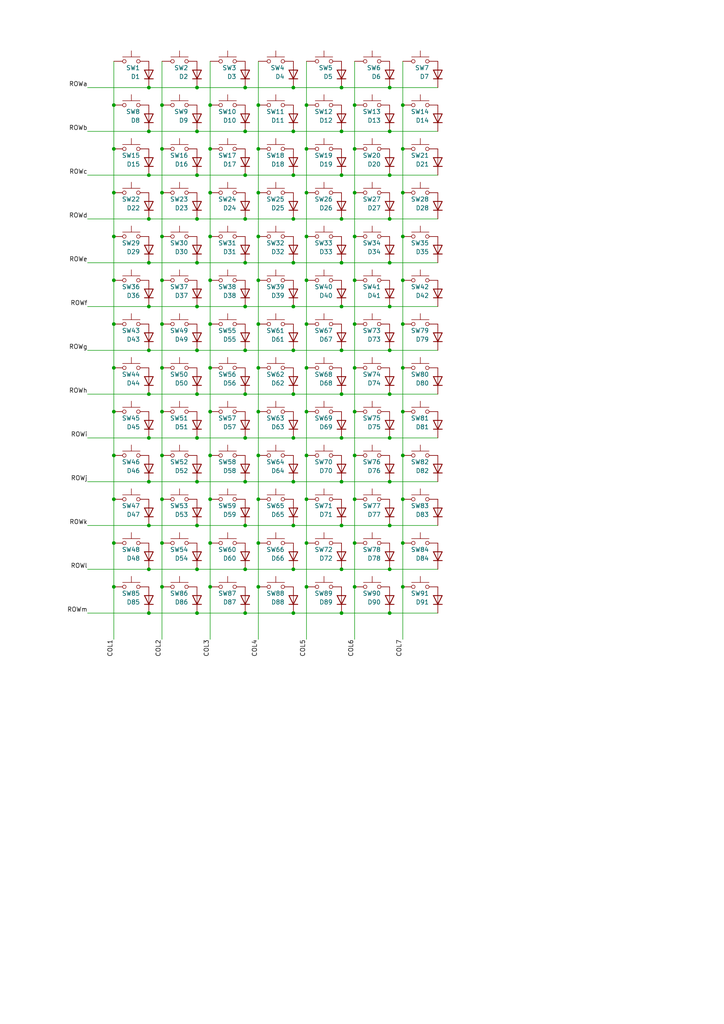
<source format=kicad_sch>
(kicad_sch (version 20230121) (generator eeschema)
  (paper "A4" portrait)
  (title_block (title "keybird42") (date "2023-12-12") (rev "0.1"))
  (junction (at 102.87 132.08))
  (junction (at 102.87 43.18))
  (junction (at 113.03 25.4))
  (junction (at 74.93 170.18))
  (junction (at 60.96 170.18))
  (junction (at 88.9 93.98))
  (junction (at 99.06 50.8))
  (junction (at 85.09 152.4))
  (junction (at 60.96 81.28))
  (junction (at 43.18 177.8))
  (junction (at 57.15 139.7))
  (junction (at 116.84 93.98))
  (junction (at 57.15 88.9))
  (junction (at 116.84 132.08))
  (junction (at 71.12 152.4))
  (junction (at 74.93 157.48))
  (junction (at 74.93 93.98))
  (junction (at 60.96 43.18))
  (junction (at 33.02 144.78))
  (junction (at 99.06 88.9))
  (junction (at 116.84 119.38))
  (junction (at 116.84 144.78))
  (junction (at 85.09 25.4))
  (junction (at 33.02 119.38))
  (junction (at 99.06 139.7))
  (junction (at 74.93 144.78))
  (junction (at 102.87 157.48))
  (junction (at 74.93 68.58))
  (junction (at 46.99 144.78))
  (junction (at 33.02 30.48))
  (junction (at 88.9 170.18))
  (junction (at 74.93 43.18))
  (junction (at 88.9 144.78))
  (junction (at 33.02 157.48))
  (junction (at 43.18 139.7))
  (junction (at 113.03 88.9))
  (junction (at 33.02 43.18))
  (junction (at 88.9 119.38))
  (junction (at 88.9 68.58))
  (junction (at 46.99 55.88))
  (junction (at 102.87 30.48))
  (junction (at 60.96 144.78))
  (junction (at 88.9 132.08))
  (junction (at 43.18 101.6))
  (junction (at 74.93 55.88))
  (junction (at 85.09 139.7))
  (junction (at 46.99 157.48))
  (junction (at 46.99 106.68))
  (junction (at 43.18 88.9))
  (junction (at 116.84 157.48))
  (junction (at 113.03 50.8))
  (junction (at 102.87 93.98))
  (junction (at 102.87 106.68))
  (junction (at 57.15 165.1))
  (junction (at 60.96 132.08))
  (junction (at 88.9 43.18))
  (junction (at 116.84 43.18))
  (junction (at 88.9 30.48))
  (junction (at 43.18 76.2))
  (junction (at 113.03 139.7))
  (junction (at 113.03 63.5))
  (junction (at 88.9 55.88))
  (junction (at 71.12 114.3))
  (junction (at 33.02 55.88))
  (junction (at 33.02 81.28))
  (junction (at 99.06 25.4))
  (junction (at 85.09 50.8))
  (junction (at 60.96 106.68))
  (junction (at 99.06 38.1))
  (junction (at 113.03 76.2))
  (junction (at 74.93 119.38))
  (junction (at 102.87 81.28))
  (junction (at 113.03 101.6))
  (junction (at 57.15 101.6))
  (junction (at 46.99 93.98))
  (junction (at 88.9 106.68))
  (junction (at 74.93 81.28))
  (junction (at 46.99 119.38))
  (junction (at 43.18 38.1))
  (junction (at 43.18 165.1))
  (junction (at 102.87 170.18))
  (junction (at 88.9 81.28))
  (junction (at 85.09 177.8))
  (junction (at 113.03 38.1))
  (junction (at 43.18 50.8))
  (junction (at 71.12 76.2))
  (junction (at 57.15 127))
  (junction (at 46.99 30.48))
  (junction (at 116.84 30.48))
  (junction (at 57.15 50.8))
  (junction (at 57.15 25.4))
  (junction (at 43.18 25.4))
  (junction (at 74.93 30.48))
  (junction (at 71.12 127))
  (junction (at 99.06 101.6))
  (junction (at 71.12 101.6))
  (junction (at 57.15 38.1))
  (junction (at 85.09 76.2))
  (junction (at 71.12 25.4))
  (junction (at 85.09 165.1))
  (junction (at 43.18 152.4))
  (junction (at 60.96 119.38))
  (junction (at 71.12 177.8))
  (junction (at 74.93 132.08))
  (junction (at 60.96 68.58))
  (junction (at 85.09 101.6))
  (junction (at 113.03 114.3))
  (junction (at 43.18 63.5))
  (junction (at 99.06 152.4))
  (junction (at 74.93 106.68))
  (junction (at 116.84 68.58))
  (junction (at 71.12 50.8))
  (junction (at 60.96 30.48))
  (junction (at 102.87 144.78))
  (junction (at 85.09 127))
  (junction (at 102.87 68.58))
  (junction (at 99.06 63.5))
  (junction (at 113.03 177.8))
  (junction (at 57.15 63.5))
  (junction (at 46.99 68.58))
  (junction (at 33.02 93.98))
  (junction (at 71.12 38.1))
  (junction (at 71.12 88.9))
  (junction (at 33.02 170.18))
  (junction (at 99.06 165.1))
  (junction (at 33.02 68.58))
  (junction (at 116.84 106.68))
  (junction (at 116.84 170.18))
  (junction (at 60.96 55.88))
  (junction (at 113.03 152.4))
  (junction (at 57.15 152.4))
  (junction (at 113.03 165.1))
  (junction (at 88.9 157.48))
  (junction (at 60.96 157.48))
  (junction (at 99.06 127))
  (junction (at 85.09 88.9))
  (junction (at 57.15 114.3))
  (junction (at 102.87 119.38))
  (junction (at 85.09 114.3))
  (junction (at 33.02 106.68))
  (junction (at 102.87 55.88))
  (junction (at 33.02 132.08))
  (junction (at 85.09 63.5))
  (junction (at 99.06 76.2))
  (junction (at 57.15 76.2))
  (junction (at 99.06 114.3))
  (junction (at 85.09 38.1))
  (junction (at 57.15 177.8))
  (junction (at 46.99 132.08))
  (junction (at 46.99 43.18))
  (junction (at 46.99 170.18))
  (junction (at 113.03 127))
  (junction (at 43.18 114.3))
  (junction (at 71.12 165.1))
  (junction (at 71.12 139.7))
  (junction (at 60.96 93.98))
  (junction (at 99.06 177.8))
  (junction (at 116.84 55.88))
  (junction (at 116.84 81.28))
  (junction (at 43.18 127))
  (junction (at 71.12 63.5))
  (junction (at 46.99 81.28))
  (wire (pts (xy 113.03 127) (xy 127 127)))
  (wire (pts (xy 74.93 55.88) (xy 74.93 68.58)))
  (wire (pts (xy 74.93 43.18) (xy 74.93 55.88)))
  (wire (pts (xy 113.03 63.5) (xy 127 63.5)))
  (wire (pts (xy 25.4 177.8) (xy 43.18 177.8)))
  (wire (pts (xy 102.87 68.58) (xy 102.87 81.28)))
  (wire (pts (xy 46.99 93.98) (xy 46.99 106.68)))
  (wire (pts (xy 43.18 127) (xy 57.15 127)))
  (wire (pts (xy 60.96 81.28) (xy 60.96 93.98)))
  (wire (pts (xy 33.02 157.48) (xy 33.02 170.18)))
  (wire (pts (xy 116.84 144.78) (xy 116.84 157.48)))
  (wire (pts (xy 60.96 43.18) (xy 60.96 55.88)))
  (wire (pts (xy 88.9 55.88) (xy 88.9 68.58)))
  (wire (pts (xy 99.06 101.6) (xy 113.03 101.6)))
  (wire (pts (xy 71.12 177.8) (xy 85.09 177.8)))
  (wire (pts (xy 99.06 152.4) (xy 113.03 152.4)))
  (wire (pts (xy 88.9 81.28) (xy 88.9 93.98)))
  (wire (pts (xy 99.06 114.3) (xy 113.03 114.3)))
  (wire (pts (xy 99.06 127) (xy 113.03 127)))
  (wire (pts (xy 60.96 68.58) (xy 60.96 81.28)))
  (wire (pts (xy 102.87 106.68) (xy 102.87 119.38)))
  (wire (pts (xy 25.4 165.1) (xy 43.18 165.1)))
  (wire (pts (xy 85.09 76.2) (xy 99.06 76.2)))
  (wire (pts (xy 116.84 170.18) (xy 116.84 185.42)))
  (wire (pts (xy 43.18 50.8) (xy 57.15 50.8)))
  (wire (pts (xy 25.4 139.7) (xy 43.18 139.7)))
  (wire (pts (xy 113.03 177.8) (xy 127 177.8)))
  (wire (pts (xy 57.15 177.8) (xy 71.12 177.8)))
  (wire (pts (xy 25.4 63.5) (xy 43.18 63.5)))
  (wire (pts (xy 88.9 157.48) (xy 88.9 170.18)))
  (wire (pts (xy 60.96 144.78) (xy 60.96 157.48)))
  (wire (pts (xy 116.84 106.68) (xy 116.84 119.38)))
  (wire (pts (xy 60.96 157.48) (xy 60.96 170.18)))
  (wire (pts (xy 116.84 43.18) (xy 116.84 55.88)))
  (wire (pts (xy 102.87 43.18) (xy 102.87 55.88)))
  (wire (pts (xy 85.09 177.8) (xy 99.06 177.8)))
  (wire (pts (xy 71.12 139.7) (xy 85.09 139.7)))
  (wire (pts (xy 46.99 43.18) (xy 46.99 55.88)))
  (wire (pts (xy 74.93 170.18) (xy 74.93 185.42)))
  (wire (pts (xy 71.12 63.5) (xy 85.09 63.5)))
  (wire (pts (xy 102.87 132.08) (xy 102.87 144.78)))
  (wire (pts (xy 85.09 63.5) (xy 99.06 63.5)))
  (wire (pts (xy 85.09 38.1) (xy 99.06 38.1)))
  (wire (pts (xy 25.4 88.9) (xy 43.18 88.9)))
  (wire (pts (xy 33.02 93.98) (xy 33.02 106.68)))
  (wire (pts (xy 113.03 76.2) (xy 127 76.2)))
  (wire (pts (xy 113.03 25.4) (xy 127 25.4)))
  (wire (pts (xy 88.9 132.08) (xy 88.9 144.78)))
  (wire (pts (xy 33.02 106.68) (xy 33.02 119.38)))
  (wire (pts (xy 74.93 68.58) (xy 74.93 81.28)))
  (wire (pts (xy 33.02 119.38) (xy 33.02 132.08)))
  (wire (pts (xy 102.87 81.28) (xy 102.87 93.98)))
  (wire (pts (xy 88.9 43.18) (xy 88.9 55.88)))
  (wire (pts (xy 99.06 50.8) (xy 113.03 50.8)))
  (wire (pts (xy 71.12 76.2) (xy 85.09 76.2)))
  (wire (pts (xy 113.03 114.3) (xy 127 114.3)))
  (wire (pts (xy 43.18 139.7) (xy 57.15 139.7)))
  (wire (pts (xy 74.93 106.68) (xy 74.93 119.38)))
  (wire (pts (xy 33.02 55.88) (xy 33.02 68.58)))
  (wire (pts (xy 74.93 17.78) (xy 74.93 30.48)))
  (wire (pts (xy 71.12 38.1) (xy 85.09 38.1)))
  (wire (pts (xy 57.15 38.1) (xy 71.12 38.1)))
  (wire (pts (xy 116.84 93.98) (xy 116.84 106.68)))
  (wire (pts (xy 99.06 63.5) (xy 113.03 63.5)))
  (wire (pts (xy 57.15 152.4) (xy 71.12 152.4)))
  (wire (pts (xy 74.93 144.78) (xy 74.93 157.48)))
  (wire (pts (xy 60.96 170.18) (xy 60.96 185.42)))
  (wire (pts (xy 57.15 114.3) (xy 71.12 114.3)))
  (wire (pts (xy 102.87 144.78) (xy 102.87 157.48)))
  (wire (pts (xy 43.18 101.6) (xy 57.15 101.6)))
  (wire (pts (xy 57.15 139.7) (xy 71.12 139.7)))
  (wire (pts (xy 85.09 139.7) (xy 99.06 139.7)))
  (wire (pts (xy 99.06 177.8) (xy 113.03 177.8)))
  (wire (pts (xy 57.15 63.5) (xy 71.12 63.5)))
  (wire (pts (xy 33.02 81.28) (xy 33.02 93.98)))
  (wire (pts (xy 71.12 101.6) (xy 85.09 101.6)))
  (wire (pts (xy 25.4 114.3) (xy 43.18 114.3)))
  (wire (pts (xy 74.93 30.48) (xy 74.93 43.18)))
  (wire (pts (xy 33.02 132.08) (xy 33.02 144.78)))
  (wire (pts (xy 46.99 144.78) (xy 46.99 157.48)))
  (wire (pts (xy 74.93 132.08) (xy 74.93 144.78)))
  (wire (pts (xy 74.93 119.38) (xy 74.93 132.08)))
  (wire (pts (xy 33.02 30.48) (xy 33.02 43.18)))
  (wire (pts (xy 88.9 93.98) (xy 88.9 106.68)))
  (wire (pts (xy 85.09 127) (xy 99.06 127)))
  (wire (pts (xy 46.99 30.48) (xy 46.99 43.18)))
  (wire (pts (xy 116.84 17.78) (xy 116.84 30.48)))
  (wire (pts (xy 85.09 50.8) (xy 99.06 50.8)))
  (wire (pts (xy 25.4 101.6) (xy 43.18 101.6)))
  (wire (pts (xy 33.02 17.78) (xy 33.02 30.48)))
  (wire (pts (xy 113.03 38.1) (xy 127 38.1)))
  (wire (pts (xy 99.06 88.9) (xy 113.03 88.9)))
  (wire (pts (xy 85.09 114.3) (xy 99.06 114.3)))
  (wire (pts (xy 33.02 43.18) (xy 33.02 55.88)))
  (wire (pts (xy 113.03 50.8) (xy 127 50.8)))
  (wire (pts (xy 71.12 127) (xy 85.09 127)))
  (wire (pts (xy 113.03 139.7) (xy 127 139.7)))
  (wire (pts (xy 71.12 88.9) (xy 85.09 88.9)))
  (wire (pts (xy 71.12 152.4) (xy 85.09 152.4)))
  (wire (pts (xy 116.84 30.48) (xy 116.84 43.18)))
  (wire (pts (xy 43.18 152.4) (xy 57.15 152.4)))
  (wire (pts (xy 74.93 93.98) (xy 74.93 106.68)))
  (wire (pts (xy 33.02 68.58) (xy 33.02 81.28)))
  (wire (pts (xy 113.03 152.4) (xy 127 152.4)))
  (wire (pts (xy 57.15 25.4) (xy 71.12 25.4)))
  (wire (pts (xy 113.03 88.9) (xy 127 88.9)))
  (wire (pts (xy 57.15 50.8) (xy 71.12 50.8)))
  (wire (pts (xy 60.96 106.68) (xy 60.96 119.38)))
  (wire (pts (xy 46.99 132.08) (xy 46.99 144.78)))
  (wire (pts (xy 85.09 152.4) (xy 99.06 152.4)))
  (wire (pts (xy 25.4 76.2) (xy 43.18 76.2)))
  (wire (pts (xy 99.06 165.1) (xy 113.03 165.1)))
  (wire (pts (xy 25.4 50.8) (xy 43.18 50.8)))
  (wire (pts (xy 88.9 119.38) (xy 88.9 132.08)))
  (wire (pts (xy 46.99 157.48) (xy 46.99 170.18)))
  (wire (pts (xy 46.99 55.88) (xy 46.99 68.58)))
  (wire (pts (xy 85.09 165.1) (xy 99.06 165.1)))
  (wire (pts (xy 102.87 170.18) (xy 102.87 185.42)))
  (wire (pts (xy 116.84 157.48) (xy 116.84 170.18)))
  (wire (pts (xy 88.9 144.78) (xy 88.9 157.48)))
  (wire (pts (xy 116.84 81.28) (xy 116.84 93.98)))
  (wire (pts (xy 43.18 177.8) (xy 57.15 177.8)))
  (wire (pts (xy 60.96 119.38) (xy 60.96 132.08)))
  (wire (pts (xy 43.18 76.2) (xy 57.15 76.2)))
  (wire (pts (xy 57.15 127) (xy 71.12 127)))
  (wire (pts (xy 60.96 30.48) (xy 60.96 43.18)))
  (wire (pts (xy 25.4 38.1) (xy 43.18 38.1)))
  (wire (pts (xy 116.84 132.08) (xy 116.84 144.78)))
  (wire (pts (xy 43.18 114.3) (xy 57.15 114.3)))
  (wire (pts (xy 43.18 63.5) (xy 57.15 63.5)))
  (wire (pts (xy 116.84 119.38) (xy 116.84 132.08)))
  (wire (pts (xy 99.06 25.4) (xy 113.03 25.4)))
  (wire (pts (xy 43.18 25.4) (xy 57.15 25.4)))
  (wire (pts (xy 43.18 38.1) (xy 57.15 38.1)))
  (wire (pts (xy 102.87 17.78) (xy 102.87 30.48)))
  (wire (pts (xy 46.99 106.68) (xy 46.99 119.38)))
  (wire (pts (xy 102.87 119.38) (xy 102.87 132.08)))
  (wire (pts (xy 113.03 165.1) (xy 127 165.1)))
  (wire (pts (xy 88.9 30.48) (xy 88.9 43.18)))
  (wire (pts (xy 99.06 76.2) (xy 113.03 76.2)))
  (wire (pts (xy 102.87 30.48) (xy 102.87 43.18)))
  (wire (pts (xy 57.15 88.9) (xy 71.12 88.9)))
  (wire (pts (xy 71.12 114.3) (xy 85.09 114.3)))
  (wire (pts (xy 43.18 165.1) (xy 57.15 165.1)))
  (wire (pts (xy 85.09 88.9) (xy 99.06 88.9)))
  (wire (pts (xy 57.15 76.2) (xy 71.12 76.2)))
  (wire (pts (xy 46.99 119.38) (xy 46.99 132.08)))
  (wire (pts (xy 60.96 132.08) (xy 60.96 144.78)))
  (wire (pts (xy 33.02 170.18) (xy 33.02 185.42)))
  (wire (pts (xy 71.12 165.1) (xy 85.09 165.1)))
  (wire (pts (xy 88.9 17.78) (xy 88.9 30.48)))
  (wire (pts (xy 46.99 81.28) (xy 46.99 93.98)))
  (wire (pts (xy 71.12 50.8) (xy 85.09 50.8)))
  (wire (pts (xy 25.4 152.4) (xy 43.18 152.4)))
  (wire (pts (xy 74.93 81.28) (xy 74.93 93.98)))
  (wire (pts (xy 33.02 144.78) (xy 33.02 157.48)))
  (wire (pts (xy 57.15 101.6) (xy 71.12 101.6)))
  (wire (pts (xy 85.09 25.4) (xy 99.06 25.4)))
  (wire (pts (xy 102.87 157.48) (xy 102.87 170.18)))
  (wire (pts (xy 25.4 127) (xy 43.18 127)))
  (wire (pts (xy 116.84 55.88) (xy 116.84 68.58)))
  (wire (pts (xy 60.96 93.98) (xy 60.96 106.68)))
  (wire (pts (xy 102.87 55.88) (xy 102.87 68.58)))
  (wire (pts (xy 99.06 139.7) (xy 113.03 139.7)))
  (wire (pts (xy 102.87 93.98) (xy 102.87 106.68)))
  (wire (pts (xy 113.03 101.6) (xy 127 101.6)))
  (wire (pts (xy 60.96 17.78) (xy 60.96 30.48)))
  (wire (pts (xy 85.09 101.6) (xy 99.06 101.6)))
  (wire (pts (xy 25.4 25.4) (xy 43.18 25.4)))
  (wire (pts (xy 74.93 157.48) (xy 74.93 170.18)))
  (wire (pts (xy 46.99 17.78) (xy 46.99 30.48)))
  (wire (pts (xy 116.84 68.58) (xy 116.84 81.28)))
  (wire (pts (xy 71.12 25.4) (xy 85.09 25.4)))
  (wire (pts (xy 43.18 88.9) (xy 57.15 88.9)))
  (wire (pts (xy 88.9 68.58) (xy 88.9 81.28)))
  (wire (pts (xy 60.96 55.88) (xy 60.96 68.58)))
  (wire (pts (xy 88.9 170.18) (xy 88.9 185.42)))
  (wire (pts (xy 57.15 165.1) (xy 71.12 165.1)))
  (wire (pts (xy 46.99 170.18) (xy 46.99 185.42)))
  (wire (pts (xy 46.99 68.58) (xy 46.99 81.28)))
  (wire (pts (xy 88.9 106.68) (xy 88.9 119.38)))
  (wire (pts (xy 99.06 38.1) (xy 113.03 38.1)))
  (label "ROWj" (at 25.4 139.7 180))
  (label "ROWa" (at 25.4 25.4 180))
  (label "ROWg" (at 25.4 101.6 180))
  (label "COL2" (at 46.99 185.42 270))
  (label "COL4" (at 74.93 185.42 270))
  (label "ROWc" (at 25.4 50.8 180))
  (label "ROWb" (at 25.4 38.1 180))
  (label "ROWi" (at 25.4 127 180))
  (label "ROWd" (at 25.4 63.5 180))
  (label "ROWf" (at 25.4 88.9 180))
  (label "ROWh" (at 25.4 114.3 180))
  (label "ROWk" (at 25.4 152.4 180))
  (label "ROWm" (at 25.4 177.8 180))
  (label "ROWl" (at 25.4 165.1 180))
  (label "COL7" (at 116.84 185.42 270))
  (label "COL5" (at 88.9 185.42 270))
  (label "COL1" (at 33.02 185.42 270))
  (label "ROWe" (at 25.4 76.2 180))
  (label "COL3" (at 60.96 185.42 270))
  (label "COL6" (at 102.87 185.42 270))
  (symbol (lib_id "Diode:1N4148W") (at 113.03 34.29 90) (unit 1)
    (property "Reference" "D13" (at 110.49 34.925 90) (effects (justify left)))
    (property "Value" "1N4148W" (effects hide))
    (property "Footprint" "Diode_SMD:D_SOD-123" (effects hide))
    (property "Datasheet" "https://www.vishay.com/docs/85748/1n4148w.pdf" (effects hide))
    (property "Sim.Device" "D" (effects hide))
    (property "Sim.Pins" "1=K 2=A" (effects hide))
  )
  (symbol (lib_id "Diode:1N4148W") (at 71.12 97.79 90) (unit 1)
    (property "Reference" "D55" (at 68.58 98.425 90) (effects (justify left)))
    (property "Value" "1N4148W" (effects hide))
    (property "Footprint" "Diode_SMD:D_SOD-123" (effects hide))
    (property "Datasheet" "https://www.vishay.com/docs/85748/1n4148w.pdf" (effects hide))
    (property "Sim.Device" "D" (effects hide))
    (property "Sim.Pins" "1=K 2=A" (effects hide))
  )
  (symbol (lib_id "Switch:SW_Push") (at 121.92 106.68 0) (unit 1)
    (property "Reference" "SW80" (at 124.46 108.585 0) (effects (justify right)))
    (property "Value" "SW_Push" (effects hide))
  )
  (symbol (lib_id "Switch:SW_Push") (at 107.95 157.48 0) (unit 1)
    (property "Reference" "SW78" (at 110.49 159.385 0) (effects (justify right)))
    (property "Value" "SW_Push" (effects hide))
  )
  (symbol (lib_id "Switch:SW_Push") (at 93.98 170.18 0) (unit 1)
    (property "Reference" "SW89" (at 96.52 172.085 0) (effects (justify right)))
    (property "Value" "SW_Push" (effects hide))
  )
  (symbol (lib_id "Switch:SW_Push") (at 107.95 132.08 0) (unit 1)
    (property "Reference" "SW76" (at 110.49 133.985 0) (effects (justify right)))
    (property "Value" "SW_Push" (effects hide))
  )
  (symbol (lib_id "Switch:SW_Push") (at 93.98 157.48 0) (unit 1)
    (property "Reference" "SW72" (at 96.52 159.385 0) (effects (justify right)))
    (property "Value" "SW_Push" (effects hide))
  )
  (symbol (lib_id "Diode:1N4148W") (at 71.12 135.89 90) (unit 1)
    (property "Reference" "D58" (at 68.58 136.525 90) (effects (justify left)))
    (property "Value" "1N4148W" (effects hide))
    (property "Footprint" "Diode_SMD:D_SOD-123" (effects hide))
    (property "Datasheet" "https://www.vishay.com/docs/85748/1n4148w.pdf" (effects hide))
    (property "Sim.Device" "D" (effects hide))
    (property "Sim.Pins" "1=K 2=A" (effects hide))
  )
  (symbol (lib_id "Switch:SW_Push") (at 93.98 17.78 0) (unit 1)
    (property "Reference" "SW5" (at 96.52 19.685 0) (effects (justify right)))
    (property "Value" "SW_Push" (effects hide))
  )
  (symbol (lib_id "Diode:1N4148W") (at 127 123.19 90) (unit 1)
    (property "Reference" "D81" (at 124.46 123.825 90) (effects (justify left)))
    (property "Value" "1N4148W" (effects hide))
    (property "Footprint" "Diode_SMD:D_SOD-123" (effects hide))
    (property "Datasheet" "https://www.vishay.com/docs/85748/1n4148w.pdf" (effects hide))
    (property "Sim.Device" "D" (effects hide))
    (property "Sim.Pins" "1=K 2=A" (effects hide))
  )
  (symbol (lib_id "Switch:SW_Push") (at 121.92 132.08 0) (unit 1)
    (property "Reference" "SW82" (at 124.46 133.985 0) (effects (justify right)))
    (property "Value" "SW_Push" (effects hide))
  )
  (symbol (lib_id "Switch:SW_Push") (at 93.98 55.88 0) (unit 1)
    (property "Reference" "SW26" (at 96.52 57.785 0) (effects (justify right)))
    (property "Value" "SW_Push" (effects hide))
  )
  (symbol (lib_id "Switch:SW_Push") (at 38.1 157.48 0) (unit 1)
    (property "Reference" "SW48" (at 40.64 159.385 0) (effects (justify right)))
    (property "Value" "SW_Push" (effects hide))
  )
  (symbol (lib_id "Diode:1N4148W") (at 127 135.89 90) (unit 1)
    (property "Reference" "D82" (at 124.46 136.525 90) (effects (justify left)))
    (property "Value" "1N4148W" (effects hide))
    (property "Footprint" "Diode_SMD:D_SOD-123" (effects hide))
    (property "Datasheet" "https://www.vishay.com/docs/85748/1n4148w.pdf" (effects hide))
    (property "Sim.Device" "D" (effects hide))
    (property "Sim.Pins" "1=K 2=A" (effects hide))
  )
  (symbol (lib_id "Diode:1N4148W") (at 57.15 72.39 90) (unit 1)
    (property "Reference" "D30" (at 54.61 73.025 90) (effects (justify left)))
    (property "Value" "1N4148W" (effects hide))
    (property "Footprint" "Diode_SMD:D_SOD-123" (effects hide))
    (property "Datasheet" "https://www.vishay.com/docs/85748/1n4148w.pdf" (effects hide))
    (property "Sim.Device" "D" (effects hide))
    (property "Sim.Pins" "1=K 2=A" (effects hide))
  )
  (symbol (lib_id "Diode:1N4148W") (at 85.09 173.99 90) (unit 1)
    (property "Reference" "D88" (at 82.55 174.625 90) (effects (justify left)))
    (property "Value" "1N4148W" (effects hide))
    (property "Footprint" "Diode_SMD:D_SOD-123" (effects hide))
    (property "Datasheet" "https://www.vishay.com/docs/85748/1n4148w.pdf" (effects hide))
    (property "Sim.Device" "D" (effects hide))
    (property "Sim.Pins" "1=K 2=A" (effects hide))
  )
  (symbol (lib_id "Diode:1N4148W") (at 113.03 148.59 90) (unit 1)
    (property "Reference" "D77" (at 110.49 149.225 90) (effects (justify left)))
    (property "Value" "1N4148W" (effects hide))
    (property "Footprint" "Diode_SMD:D_SOD-123" (effects hide))
    (property "Datasheet" "https://www.vishay.com/docs/85748/1n4148w.pdf" (effects hide))
    (property "Sim.Device" "D" (effects hide))
    (property "Sim.Pins" "1=K 2=A" (effects hide))
  )
  (symbol (lib_id "Switch:SW_Push") (at 66.04 170.18 0) (unit 1)
    (property "Reference" "SW87" (at 68.58 172.085 0) (effects (justify right)))
    (property "Value" "SW_Push" (effects hide))
  )
  (symbol (lib_id "Switch:SW_Push") (at 93.98 43.18 0) (unit 1)
    (property "Reference" "SW19" (at 96.52 45.085 0) (effects (justify right)))
    (property "Value" "SW_Push" (effects hide))
  )
  (symbol (lib_id "Switch:SW_Push") (at 66.04 68.58 0) (unit 1)
    (property "Reference" "SW31" (at 68.58 70.485 0) (effects (justify right)))
    (property "Value" "SW_Push" (effects hide))
  )
  (symbol (lib_id "Diode:1N4148W") (at 85.09 97.79 90) (unit 1)
    (property "Reference" "D61" (at 82.55 98.425 90) (effects (justify left)))
    (property "Value" "1N4148W" (effects hide))
    (property "Footprint" "Diode_SMD:D_SOD-123" (effects hide))
    (property "Datasheet" "https://www.vishay.com/docs/85748/1n4148w.pdf" (effects hide))
    (property "Sim.Device" "D" (effects hide))
    (property "Sim.Pins" "1=K 2=A" (effects hide))
  )
  (symbol (lib_id "Switch:SW_Push") (at 66.04 106.68 0) (unit 1)
    (property "Reference" "SW56" (at 68.58 108.585 0) (effects (justify right)))
    (property "Value" "SW_Push" (effects hide))
  )
  (symbol (lib_id "Diode:1N4148W") (at 99.06 21.59 90) (unit 1)
    (property "Reference" "D5" (at 96.52 22.225 90) (effects (justify left)))
    (property "Value" "1N4148W" (effects hide))
    (property "Footprint" "Diode_SMD:D_SOD-123" (effects hide))
    (property "Datasheet" "https://www.vishay.com/docs/85748/1n4148w.pdf" (effects hide))
    (property "Sim.Device" "D" (effects hide))
    (property "Sim.Pins" "1=K 2=A" (effects hide))
  )
  (symbol (lib_id "Diode:1N4148W") (at 57.15 123.19 90) (unit 1)
    (property "Reference" "D51" (at 54.61 123.825 90) (effects (justify left)))
    (property "Value" "1N4148W" (effects hide))
    (property "Footprint" "Diode_SMD:D_SOD-123" (effects hide))
    (property "Datasheet" "https://www.vishay.com/docs/85748/1n4148w.pdf" (effects hide))
    (property "Sim.Device" "D" (effects hide))
    (property "Sim.Pins" "1=K 2=A" (effects hide))
  )
  (symbol (lib_id "Diode:1N4148W") (at 99.06 161.29 90) (unit 1)
    (property "Reference" "D72" (at 96.52 161.925 90) (effects (justify left)))
    (property "Value" "1N4148W" (effects hide))
    (property "Footprint" "Diode_SMD:D_SOD-123" (effects hide))
    (property "Datasheet" "https://www.vishay.com/docs/85748/1n4148w.pdf" (effects hide))
    (property "Sim.Device" "D" (effects hide))
    (property "Sim.Pins" "1=K 2=A" (effects hide))
  )
  (symbol (lib_id "Switch:SW_Push") (at 66.04 55.88 0) (unit 1)
    (property "Reference" "SW24" (at 68.58 57.785 0) (effects (justify right)))
    (property "Value" "SW_Push" (effects hide))
  )
  (symbol (lib_id "Diode:1N4148W") (at 43.18 46.99 90) (unit 1)
    (property "Reference" "D15" (at 40.64 47.625 90) (effects (justify left)))
    (property "Value" "1N4148W" (effects hide))
    (property "Footprint" "Diode_SMD:D_SOD-123" (effects hide))
    (property "Datasheet" "https://www.vishay.com/docs/85748/1n4148w.pdf" (effects hide))
    (property "Sim.Device" "D" (effects hide))
    (property "Sim.Pins" "1=K 2=A" (effects hide))
  )
  (symbol (lib_id "Diode:1N4148W") (at 113.03 59.69 90) (unit 1)
    (property "Reference" "D27" (at 110.49 60.325 90) (effects (justify left)))
    (property "Value" "1N4148W" (effects hide))
    (property "Footprint" "Diode_SMD:D_SOD-123" (effects hide))
    (property "Datasheet" "https://www.vishay.com/docs/85748/1n4148w.pdf" (effects hide))
    (property "Sim.Device" "D" (effects hide))
    (property "Sim.Pins" "1=K 2=A" (effects hide))
  )
  (symbol (lib_id "Diode:1N4148W") (at 85.09 161.29 90) (unit 1)
    (property "Reference" "D66" (at 82.55 161.925 90) (effects (justify left)))
    (property "Value" "1N4148W" (effects hide))
    (property "Footprint" "Diode_SMD:D_SOD-123" (effects hide))
    (property "Datasheet" "https://www.vishay.com/docs/85748/1n4148w.pdf" (effects hide))
    (property "Sim.Device" "D" (effects hide))
    (property "Sim.Pins" "1=K 2=A" (effects hide))
  )
  (symbol (lib_id "Diode:1N4148W") (at 85.09 110.49 90) (unit 1)
    (property "Reference" "D62" (at 82.55 111.125 90) (effects (justify left)))
    (property "Value" "1N4148W" (effects hide))
    (property "Footprint" "Diode_SMD:D_SOD-123" (effects hide))
    (property "Datasheet" "https://www.vishay.com/docs/85748/1n4148w.pdf" (effects hide))
    (property "Sim.Device" "D" (effects hide))
    (property "Sim.Pins" "1=K 2=A" (effects hide))
  )
  (symbol (lib_id "Switch:SW_Push") (at 80.01 93.98 0) (unit 1)
    (property "Reference" "SW61" (at 82.55 95.885 0) (effects (justify right)))
    (property "Value" "SW_Push" (effects hide))
  )
  (symbol (lib_id "Switch:SW_Push") (at 66.04 43.18 0) (unit 1)
    (property "Reference" "SW17" (at 68.58 45.085 0) (effects (justify right)))
    (property "Value" "SW_Push" (effects hide))
  )
  (symbol (lib_id "Switch:SW_Push") (at 52.07 157.48 0) (unit 1)
    (property "Reference" "SW54" (at 54.61 159.385 0) (effects (justify right)))
    (property "Value" "SW_Push" (effects hide))
  )
  (symbol (lib_id "Switch:SW_Push") (at 38.1 93.98 0) (unit 1)
    (property "Reference" "SW43" (at 40.64 95.885 0) (effects (justify right)))
    (property "Value" "SW_Push" (effects hide))
  )
  (symbol (lib_id "Switch:SW_Push") (at 93.98 119.38 0) (unit 1)
    (property "Reference" "SW69" (at 96.52 121.285 0) (effects (justify right)))
    (property "Value" "SW_Push" (effects hide))
  )
  (symbol (lib_id "Switch:SW_Push") (at 52.07 119.38 0) (unit 1)
    (property "Reference" "SW51" (at 54.61 121.285 0) (effects (justify right)))
    (property "Value" "SW_Push" (effects hide))
  )
  (symbol (lib_id "Switch:SW_Push") (at 52.07 144.78 0) (unit 1)
    (property "Reference" "SW53" (at 54.61 146.685 0) (effects (justify right)))
    (property "Value" "SW_Push" (effects hide))
  )
  (symbol (lib_id "Diode:1N4148W") (at 127 97.79 90) (unit 1)
    (property "Reference" "D79" (at 124.46 98.425 90) (effects (justify left)))
    (property "Value" "1N4148W" (effects hide))
    (property "Footprint" "Diode_SMD:D_SOD-123" (effects hide))
    (property "Datasheet" "https://www.vishay.com/docs/85748/1n4148w.pdf" (effects hide))
    (property "Sim.Device" "D" (effects hide))
    (property "Sim.Pins" "1=K 2=A" (effects hide))
  )
  (symbol (lib_id "Switch:SW_Push") (at 121.92 17.78 0) (unit 1)
    (property "Reference" "SW7" (at 124.46 19.685 0) (effects (justify right)))
    (property "Value" "SW_Push" (effects hide))
  )
  (symbol (lib_id "Diode:1N4148W") (at 113.03 135.89 90) (unit 1)
    (property "Reference" "D76" (at 110.49 136.525 90) (effects (justify left)))
    (property "Value" "1N4148W" (effects hide))
    (property "Footprint" "Diode_SMD:D_SOD-123" (effects hide))
    (property "Datasheet" "https://www.vishay.com/docs/85748/1n4148w.pdf" (effects hide))
    (property "Sim.Device" "D" (effects hide))
    (property "Sim.Pins" "1=K 2=A" (effects hide))
  )
  (symbol (lib_id "Diode:1N4148W") (at 99.06 148.59 90) (unit 1)
    (property "Reference" "D71" (at 96.52 149.225 90) (effects (justify left)))
    (property "Value" "1N4148W" (effects hide))
    (property "Footprint" "Diode_SMD:D_SOD-123" (effects hide))
    (property "Datasheet" "https://www.vishay.com/docs/85748/1n4148w.pdf" (effects hide))
    (property "Sim.Device" "D" (effects hide))
    (property "Sim.Pins" "1=K 2=A" (effects hide))
  )
  (symbol (lib_id "Diode:1N4148W") (at 43.18 110.49 90) (unit 1)
    (property "Reference" "D44" (at 40.64 111.125 90) (effects (justify left)))
    (property "Value" "1N4148W" (effects hide))
    (property "Footprint" "Diode_SMD:D_SOD-123" (effects hide))
    (property "Datasheet" "https://www.vishay.com/docs/85748/1n4148w.pdf" (effects hide))
    (property "Sim.Device" "D" (effects hide))
    (property "Sim.Pins" "1=K 2=A" (effects hide))
  )
  (symbol (lib_id "Switch:SW_Push") (at 80.01 55.88 0) (unit 1)
    (property "Reference" "SW25" (at 82.55 57.785 0) (effects (justify right)))
    (property "Value" "SW_Push" (effects hide))
  )
  (symbol (lib_id "Switch:SW_Push") (at 38.1 55.88 0) (unit 1)
    (property "Reference" "SW22" (at 40.64 57.785 0) (effects (justify right)))
    (property "Value" "SW_Push" (effects hide))
  )
  (symbol (lib_id "Diode:1N4148W") (at 57.15 34.29 90) (unit 1)
    (property "Reference" "D9" (at 54.61 34.925 90) (effects (justify left)))
    (property "Value" "1N4148W" (effects hide))
    (property "Footprint" "Diode_SMD:D_SOD-123" (effects hide))
    (property "Datasheet" "https://www.vishay.com/docs/85748/1n4148w.pdf" (effects hide))
    (property "Sim.Device" "D" (effects hide))
    (property "Sim.Pins" "1=K 2=A" (effects hide))
  )
  (symbol (lib_id "Diode:1N4148W") (at 43.18 161.29 90) (unit 1)
    (property "Reference" "D48" (at 40.64 161.925 90) (effects (justify left)))
    (property "Value" "1N4148W" (effects hide))
    (property "Footprint" "Diode_SMD:D_SOD-123" (effects hide))
    (property "Datasheet" "https://www.vishay.com/docs/85748/1n4148w.pdf" (effects hide))
    (property "Sim.Device" "D" (effects hide))
    (property "Sim.Pins" "1=K 2=A" (effects hide))
  )
  (symbol (lib_id "Switch:SW_Push") (at 52.07 68.58 0) (unit 1)
    (property "Reference" "SW30" (at 54.61 70.485 0) (effects (justify right)))
    (property "Value" "SW_Push" (effects hide))
  )
  (symbol (lib_id "Switch:SW_Push") (at 38.1 68.58 0) (unit 1)
    (property "Reference" "SW29" (at 40.64 70.485 0) (effects (justify right)))
    (property "Value" "SW_Push" (effects hide))
  )
  (symbol (lib_id "Diode:1N4148W") (at 71.12 110.49 90) (unit 1)
    (property "Reference" "D56" (at 68.58 111.125 90) (effects (justify left)))
    (property "Value" "1N4148W" (effects hide))
    (property "Footprint" "Diode_SMD:D_SOD-123" (effects hide))
    (property "Datasheet" "https://www.vishay.com/docs/85748/1n4148w.pdf" (effects hide))
    (property "Sim.Device" "D" (effects hide))
    (property "Sim.Pins" "1=K 2=A" (effects hide))
  )
  (symbol (lib_id "Switch:SW_Push") (at 52.07 30.48 0) (unit 1)
    (property "Reference" "SW9" (at 54.61 32.385 0) (effects (justify right)))
    (property "Value" "SW_Push" (effects hide))
  )
  (symbol (lib_id "Diode:1N4148W") (at 71.12 85.09 90) (unit 1)
    (property "Reference" "D38" (at 68.58 85.725 90) (effects (justify left)))
    (property "Value" "1N4148W" (effects hide))
    (property "Footprint" "Diode_SMD:D_SOD-123" (effects hide))
    (property "Datasheet" "https://www.vishay.com/docs/85748/1n4148w.pdf" (effects hide))
    (property "Sim.Device" "D" (effects hide))
    (property "Sim.Pins" "1=K 2=A" (effects hide))
  )
  (symbol (lib_id "Diode:1N4148W") (at 99.06 34.29 90) (unit 1)
    (property "Reference" "D12" (at 96.52 34.925 90) (effects (justify left)))
    (property "Value" "1N4148W" (effects hide))
    (property "Footprint" "Diode_SMD:D_SOD-123" (effects hide))
    (property "Datasheet" "https://www.vishay.com/docs/85748/1n4148w.pdf" (effects hide))
    (property "Sim.Device" "D" (effects hide))
    (property "Sim.Pins" "1=K 2=A" (effects hide))
  )
  (symbol (lib_id "Switch:SW_Push") (at 93.98 132.08 0) (unit 1)
    (property "Reference" "SW70" (at 96.52 133.985 0) (effects (justify right)))
    (property "Value" "SW_Push" (effects hide))
  )
  (symbol (lib_id "Diode:1N4148W") (at 57.15 135.89 90) (unit 1)
    (property "Reference" "D52" (at 54.61 136.525 90) (effects (justify left)))
    (property "Value" "1N4148W" (effects hide))
    (property "Footprint" "Diode_SMD:D_SOD-123" (effects hide))
    (property "Datasheet" "https://www.vishay.com/docs/85748/1n4148w.pdf" (effects hide))
    (property "Sim.Device" "D" (effects hide))
    (property "Sim.Pins" "1=K 2=A" (effects hide))
  )
  (symbol (lib_id "Diode:1N4148W") (at 99.06 173.99 90) (unit 1)
    (property "Reference" "D89" (at 96.52 174.625 90) (effects (justify left)))
    (property "Value" "1N4148W" (effects hide))
    (property "Footprint" "Diode_SMD:D_SOD-123" (effects hide))
    (property "Datasheet" "https://www.vishay.com/docs/85748/1n4148w.pdf" (effects hide))
    (property "Sim.Device" "D" (effects hide))
    (property "Sim.Pins" "1=K 2=A" (effects hide))
  )
  (symbol (lib_id "Switch:SW_Push") (at 107.95 106.68 0) (unit 1)
    (property "Reference" "SW74" (at 110.49 108.585 0) (effects (justify right)))
    (property "Value" "SW_Push" (effects hide))
  )
  (symbol (lib_id "Switch:SW_Push") (at 121.92 157.48 0) (unit 1)
    (property "Reference" "SW84" (at 124.46 159.385 0) (effects (justify right)))
    (property "Value" "SW_Push" (effects hide))
  )
  (symbol (lib_id "Diode:1N4148W") (at 127 173.99 90) (unit 1)
    (property "Reference" "D91" (at 124.46 174.625 90) (effects (justify left)))
    (property "Value" "1N4148W" (effects hide))
    (property "Footprint" "Diode_SMD:D_SOD-123" (effects hide))
    (property "Datasheet" "https://www.vishay.com/docs/85748/1n4148w.pdf" (effects hide))
    (property "Sim.Device" "D" (effects hide))
    (property "Sim.Pins" "1=K 2=A" (effects hide))
  )
  (symbol (lib_id "Switch:SW_Push") (at 38.1 30.48 0) (unit 1)
    (property "Reference" "SW8" (at 40.64 32.385 0) (effects (justify right)))
    (property "Value" "SW_Push" (effects hide))
  )
  (symbol (lib_id "Switch:SW_Push") (at 121.92 43.18 0) (unit 1)
    (property "Reference" "SW21" (at 124.46 45.085 0) (effects (justify right)))
    (property "Value" "SW_Push" (effects hide))
  )
  (symbol (lib_id "Diode:1N4148W") (at 71.12 123.19 90) (unit 1)
    (property "Reference" "D57" (at 68.58 123.825 90) (effects (justify left)))
    (property "Value" "1N4148W" (effects hide))
    (property "Footprint" "Diode_SMD:D_SOD-123" (effects hide))
    (property "Datasheet" "https://www.vishay.com/docs/85748/1n4148w.pdf" (effects hide))
    (property "Sim.Device" "D" (effects hide))
    (property "Sim.Pins" "1=K 2=A" (effects hide))
  )
  (symbol (lib_id "Switch:SW_Push") (at 121.92 68.58 0) (unit 1)
    (property "Reference" "SW35" (at 124.46 70.485 0) (effects (justify right)))
    (property "Value" "SW_Push" (effects hide))
  )
  (symbol (lib_id "Diode:1N4148W") (at 113.03 72.39 90) (unit 1)
    (property "Reference" "D34" (at 110.49 73.025 90) (effects (justify left)))
    (property "Value" "1N4148W" (effects hide))
    (property "Footprint" "Diode_SMD:D_SOD-123" (effects hide))
    (property "Datasheet" "https://www.vishay.com/docs/85748/1n4148w.pdf" (effects hide))
    (property "Sim.Device" "D" (effects hide))
    (property "Sim.Pins" "1=K 2=A" (effects hide))
  )
  (symbol (lib_id "Diode:1N4148W") (at 127 34.29 90) (unit 1)
    (property "Reference" "D14" (at 124.46 34.925 90) (effects (justify left)))
    (property "Value" "1N4148W" (effects hide))
    (property "Footprint" "Diode_SMD:D_SOD-123" (effects hide))
    (property "Datasheet" "https://www.vishay.com/docs/85748/1n4148w.pdf" (effects hide))
    (property "Sim.Device" "D" (effects hide))
    (property "Sim.Pins" "1=K 2=A" (effects hide))
  )
  (symbol (lib_id "Switch:SW_Push") (at 38.1 106.68 0) (unit 1)
    (property "Reference" "SW44" (at 40.64 108.585 0) (effects (justify right)))
    (property "Value" "SW_Push" (effects hide))
  )
  (symbol (lib_id "Switch:SW_Push") (at 38.1 119.38 0) (unit 1)
    (property "Reference" "SW45" (at 40.64 121.285 0) (effects (justify right)))
    (property "Value" "SW_Push" (effects hide))
  )
  (symbol (lib_id "Switch:SW_Push") (at 66.04 81.28 0) (unit 1)
    (property "Reference" "SW38" (at 68.58 83.185 0) (effects (justify right)))
    (property "Value" "SW_Push" (effects hide))
  )
  (symbol (lib_id "Diode:1N4148W") (at 113.03 21.59 90) (unit 1)
    (property "Reference" "D6" (at 110.49 22.225 90) (effects (justify left)))
    (property "Value" "1N4148W" (effects hide))
    (property "Footprint" "Diode_SMD:D_SOD-123" (effects hide))
    (property "Datasheet" "https://www.vishay.com/docs/85748/1n4148w.pdf" (effects hide))
    (property "Sim.Device" "D" (effects hide))
    (property "Sim.Pins" "1=K 2=A" (effects hide))
  )
  (symbol (lib_id "Diode:1N4148W") (at 71.12 21.59 90) (unit 1)
    (property "Reference" "D3" (at 68.58 22.225 90) (effects (justify left)))
    (property "Value" "1N4148W" (effects hide))
    (property "Footprint" "Diode_SMD:D_SOD-123" (effects hide))
    (property "Datasheet" "https://www.vishay.com/docs/85748/1n4148w.pdf" (effects hide))
    (property "Sim.Device" "D" (effects hide))
    (property "Sim.Pins" "1=K 2=A" (effects hide))
  )
  (symbol (lib_id "Switch:SW_Push") (at 107.95 93.98 0) (unit 1)
    (property "Reference" "SW73" (at 110.49 95.885 0) (effects (justify right)))
    (property "Value" "SW_Push" (effects hide))
  )
  (symbol (lib_id "Diode:1N4148W") (at 99.06 97.79 90) (unit 1)
    (property "Reference" "D67" (at 96.52 98.425 90) (effects (justify left)))
    (property "Value" "1N4148W" (effects hide))
    (property "Footprint" "Diode_SMD:D_SOD-123" (effects hide))
    (property "Datasheet" "https://www.vishay.com/docs/85748/1n4148w.pdf" (effects hide))
    (property "Sim.Device" "D" (effects hide))
    (property "Sim.Pins" "1=K 2=A" (effects hide))
  )
  (symbol (lib_id "Diode:1N4148W") (at 43.18 148.59 90) (unit 1)
    (property "Reference" "D47" (at 40.64 149.225 90) (effects (justify left)))
    (property "Value" "1N4148W" (effects hide))
    (property "Footprint" "Diode_SMD:D_SOD-123" (effects hide))
    (property "Datasheet" "https://www.vishay.com/docs/85748/1n4148w.pdf" (effects hide))
    (property "Sim.Device" "D" (effects hide))
    (property "Sim.Pins" "1=K 2=A" (effects hide))
  )
  (symbol (lib_id "Switch:SW_Push") (at 66.04 157.48 0) (unit 1)
    (property "Reference" "SW60" (at 68.58 159.385 0) (effects (justify right)))
    (property "Value" "SW_Push" (effects hide))
  )
  (symbol (lib_id "Diode:1N4148W") (at 85.09 46.99 90) (unit 1)
    (property "Reference" "D18" (at 82.55 47.625 90) (effects (justify left)))
    (property "Value" "1N4148W" (effects hide))
    (property "Footprint" "Diode_SMD:D_SOD-123" (effects hide))
    (property "Datasheet" "https://www.vishay.com/docs/85748/1n4148w.pdf" (effects hide))
    (property "Sim.Device" "D" (effects hide))
    (property "Sim.Pins" "1=K 2=A" (effects hide))
  )
  (symbol (lib_id "Switch:SW_Push") (at 121.92 144.78 0) (unit 1)
    (property "Reference" "SW83" (at 124.46 146.685 0) (effects (justify right)))
    (property "Value" "SW_Push" (effects hide))
  )
  (symbol (lib_id "Diode:1N4148W") (at 85.09 123.19 90) (unit 1)
    (property "Reference" "D63" (at 82.55 123.825 90) (effects (justify left)))
    (property "Value" "1N4148W" (effects hide))
    (property "Footprint" "Diode_SMD:D_SOD-123" (effects hide))
    (property "Datasheet" "https://www.vishay.com/docs/85748/1n4148w.pdf" (effects hide))
    (property "Sim.Device" "D" (effects hide))
    (property "Sim.Pins" "1=K 2=A" (effects hide))
  )
  (symbol (lib_id "Diode:1N4148W") (at 113.03 173.99 90) (unit 1)
    (property "Reference" "D90" (at 110.49 174.625 90) (effects (justify left)))
    (property "Value" "1N4148W" (effects hide))
    (property "Footprint" "Diode_SMD:D_SOD-123" (effects hide))
    (property "Datasheet" "https://www.vishay.com/docs/85748/1n4148w.pdf" (effects hide))
    (property "Sim.Device" "D" (effects hide))
    (property "Sim.Pins" "1=K 2=A" (effects hide))
  )
  (symbol (lib_id "Diode:1N4148W") (at 71.12 72.39 90) (unit 1)
    (property "Reference" "D31" (at 68.58 73.025 90) (effects (justify left)))
    (property "Value" "1N4148W" (effects hide))
    (property "Footprint" "Diode_SMD:D_SOD-123" (effects hide))
    (property "Datasheet" "https://www.vishay.com/docs/85748/1n4148w.pdf" (effects hide))
    (property "Sim.Device" "D" (effects hide))
    (property "Sim.Pins" "1=K 2=A" (effects hide))
  )
  (symbol (lib_id "Switch:SW_Push") (at 121.92 93.98 0) (unit 1)
    (property "Reference" "SW79" (at 124.46 95.885 0) (effects (justify right)))
    (property "Value" "SW_Push" (effects hide))
  )
  (symbol (lib_id "Switch:SW_Push") (at 80.01 119.38 0) (unit 1)
    (property "Reference" "SW63" (at 82.55 121.285 0) (effects (justify right)))
    (property "Value" "SW_Push" (effects hide))
  )
  (symbol (lib_id "Switch:SW_Push") (at 66.04 119.38 0) (unit 1)
    (property "Reference" "SW57" (at 68.58 121.285 0) (effects (justify right)))
    (property "Value" "SW_Push" (effects hide))
  )
  (symbol (lib_id "Diode:1N4148W") (at 99.06 46.99 90) (unit 1)
    (property "Reference" "D19" (at 96.52 47.625 90) (effects (justify left)))
    (property "Value" "1N4148W" (effects hide))
    (property "Footprint" "Diode_SMD:D_SOD-123" (effects hide))
    (property "Datasheet" "https://www.vishay.com/docs/85748/1n4148w.pdf" (effects hide))
    (property "Sim.Device" "D" (effects hide))
    (property "Sim.Pins" "1=K 2=A" (effects hide))
  )
  (symbol (lib_id "Switch:SW_Push") (at 93.98 144.78 0) (unit 1)
    (property "Reference" "SW71" (at 96.52 146.685 0) (effects (justify right)))
    (property "Value" "SW_Push" (effects hide))
  )
  (symbol (lib_id "Switch:SW_Push") (at 38.1 43.18 0) (unit 1)
    (property "Reference" "SW15" (at 40.64 45.085 0) (effects (justify right)))
    (property "Value" "SW_Push" (effects hide))
  )
  (symbol (lib_id "Diode:1N4148W") (at 71.12 148.59 90) (unit 1)
    (property "Reference" "D59" (at 68.58 149.225 90) (effects (justify left)))
    (property "Value" "1N4148W" (effects hide))
    (property "Footprint" "Diode_SMD:D_SOD-123" (effects hide))
    (property "Datasheet" "https://www.vishay.com/docs/85748/1n4148w.pdf" (effects hide))
    (property "Sim.Device" "D" (effects hide))
    (property "Sim.Pins" "1=K 2=A" (effects hide))
  )
  (symbol (lib_id "Switch:SW_Push") (at 38.1 132.08 0) (unit 1)
    (property "Reference" "SW46" (at 40.64 133.985 0) (effects (justify right)))
    (property "Value" "SW_Push" (effects hide))
  )
  (symbol (lib_id "Diode:1N4148W") (at 43.18 135.89 90) (unit 1)
    (property "Reference" "D46" (at 40.64 136.525 90) (effects (justify left)))
    (property "Value" "1N4148W" (effects hide))
    (property "Footprint" "Diode_SMD:D_SOD-123" (effects hide))
    (property "Datasheet" "https://www.vishay.com/docs/85748/1n4148w.pdf" (effects hide))
    (property "Sim.Device" "D" (effects hide))
    (property "Sim.Pins" "1=K 2=A" (effects hide))
  )
  (symbol (lib_id "Diode:1N4148W") (at 57.15 46.99 90) (unit 1)
    (property "Reference" "D16" (at 54.61 47.625 90) (effects (justify left)))
    (property "Value" "1N4148W" (effects hide))
    (property "Footprint" "Diode_SMD:D_SOD-123" (effects hide))
    (property "Datasheet" "https://www.vishay.com/docs/85748/1n4148w.pdf" (effects hide))
    (property "Sim.Device" "D" (effects hide))
    (property "Sim.Pins" "1=K 2=A" (effects hide))
  )
  (symbol (lib_id "Switch:SW_Push") (at 121.92 170.18 0) (unit 1)
    (property "Reference" "SW91" (at 124.46 172.085 0) (effects (justify right)))
    (property "Value" "SW_Push" (effects hide))
  )
  (symbol (lib_id "Switch:SW_Push") (at 107.95 68.58 0) (unit 1)
    (property "Reference" "SW34" (at 110.49 70.485 0) (effects (justify right)))
    (property "Value" "SW_Push" (effects hide))
  )
  (symbol (lib_id "Switch:SW_Push") (at 121.92 30.48 0) (unit 1)
    (property "Reference" "SW14" (at 124.46 32.385 0) (effects (justify right)))
    (property "Value" "SW_Push" (effects hide))
  )
  (symbol (lib_id "Diode:1N4148W") (at 99.06 59.69 90) (unit 1)
    (property "Reference" "D26" (at 96.52 60.325 90) (effects (justify left)))
    (property "Value" "1N4148W" (effects hide))
    (property "Footprint" "Diode_SMD:D_SOD-123" (effects hide))
    (property "Datasheet" "https://www.vishay.com/docs/85748/1n4148w.pdf" (effects hide))
    (property "Sim.Device" "D" (effects hide))
    (property "Sim.Pins" "1=K 2=A" (effects hide))
  )
  (symbol (lib_id "Switch:SW_Push") (at 107.95 119.38 0) (unit 1)
    (property "Reference" "SW75" (at 110.49 121.285 0) (effects (justify right)))
    (property "Value" "SW_Push" (effects hide))
  )
  (symbol (lib_id "Diode:1N4148W") (at 43.18 59.69 90) (unit 1)
    (property "Reference" "D22" (at 40.64 60.325 90) (effects (justify left)))
    (property "Value" "1N4148W" (effects hide))
    (property "Footprint" "Diode_SMD:D_SOD-123" (effects hide))
    (property "Datasheet" "https://www.vishay.com/docs/85748/1n4148w.pdf" (effects hide))
    (property "Sim.Device" "D" (effects hide))
    (property "Sim.Pins" "1=K 2=A" (effects hide))
  )
  (symbol (lib_id "Diode:1N4148W") (at 127 46.99 90) (unit 1)
    (property "Reference" "D21" (at 124.46 47.625 90) (effects (justify left)))
    (property "Value" "1N4148W" (effects hide))
    (property "Footprint" "Diode_SMD:D_SOD-123" (effects hide))
    (property "Datasheet" "https://www.vishay.com/docs/85748/1n4148w.pdf" (effects hide))
    (property "Sim.Device" "D" (effects hide))
    (property "Sim.Pins" "1=K 2=A" (effects hide))
  )
  (symbol (lib_id "Switch:SW_Push") (at 121.92 119.38 0) (unit 1)
    (property "Reference" "SW81" (at 124.46 121.285 0) (effects (justify right)))
    (property "Value" "SW_Push" (effects hide))
  )
  (symbol (lib_id "Switch:SW_Push") (at 52.07 132.08 0) (unit 1)
    (property "Reference" "SW52" (at 54.61 133.985 0) (effects (justify right)))
    (property "Value" "SW_Push" (effects hide))
  )
  (symbol (lib_id "Diode:1N4148W") (at 43.18 85.09 90) (unit 1)
    (property "Reference" "D36" (at 40.64 85.725 90) (effects (justify left)))
    (property "Value" "1N4148W" (effects hide))
    (property "Footprint" "Diode_SMD:D_SOD-123" (effects hide))
    (property "Datasheet" "https://www.vishay.com/docs/85748/1n4148w.pdf" (effects hide))
    (property "Sim.Device" "D" (effects hide))
    (property "Sim.Pins" "1=K 2=A" (effects hide))
  )
  (symbol (lib_id "Diode:1N4148W") (at 57.15 173.99 90) (unit 1)
    (property "Reference" "D86" (at 54.61 174.625 90) (effects (justify left)))
    (property "Value" "1N4148W" (effects hide))
    (property "Footprint" "Diode_SMD:D_SOD-123" (effects hide))
    (property "Datasheet" "https://www.vishay.com/docs/85748/1n4148w.pdf" (effects hide))
    (property "Sim.Device" "D" (effects hide))
    (property "Sim.Pins" "1=K 2=A" (effects hide))
  )
  (symbol (lib_id "Switch:SW_Push") (at 52.07 43.18 0) (unit 1)
    (property "Reference" "SW16" (at 54.61 45.085 0) (effects (justify right)))
    (property "Value" "SW_Push" (effects hide))
  )
  (symbol (lib_id "Switch:SW_Push") (at 38.1 170.18 0) (unit 1)
    (property "Reference" "SW85" (at 40.64 172.085 0) (effects (justify right)))
    (property "Value" "SW_Push" (effects hide))
  )
  (symbol (lib_id "Diode:1N4148W") (at 85.09 21.59 90) (unit 1)
    (property "Reference" "D4" (at 82.55 22.225 90) (effects (justify left)))
    (property "Value" "1N4148W" (effects hide))
    (property "Footprint" "Diode_SMD:D_SOD-123" (effects hide))
    (property "Datasheet" "https://www.vishay.com/docs/85748/1n4148w.pdf" (effects hide))
    (property "Sim.Device" "D" (effects hide))
    (property "Sim.Pins" "1=K 2=A" (effects hide))
  )
  (symbol (lib_id "Diode:1N4148W") (at 113.03 97.79 90) (unit 1)
    (property "Reference" "D73" (at 110.49 98.425 90) (effects (justify left)))
    (property "Value" "1N4148W" (effects hide))
    (property "Footprint" "Diode_SMD:D_SOD-123" (effects hide))
    (property "Datasheet" "https://www.vishay.com/docs/85748/1n4148w.pdf" (effects hide))
    (property "Sim.Device" "D" (effects hide))
    (property "Sim.Pins" "1=K 2=A" (effects hide))
  )
  (symbol (lib_id "Switch:SW_Push") (at 80.01 43.18 0) (unit 1)
    (property "Reference" "SW18" (at 82.55 45.085 0) (effects (justify right)))
    (property "Value" "SW_Push" (effects hide))
  )
  (symbol (lib_id "Diode:1N4148W") (at 127 161.29 90) (unit 1)
    (property "Reference" "D84" (at 124.46 161.925 90) (effects (justify left)))
    (property "Value" "1N4148W" (effects hide))
    (property "Footprint" "Diode_SMD:D_SOD-123" (effects hide))
    (property "Datasheet" "https://www.vishay.com/docs/85748/1n4148w.pdf" (effects hide))
    (property "Sim.Device" "D" (effects hide))
    (property "Sim.Pins" "1=K 2=A" (effects hide))
  )
  (symbol (lib_id "Diode:1N4148W") (at 57.15 59.69 90) (unit 1)
    (property "Reference" "D23" (at 54.61 60.325 90) (effects (justify left)))
    (property "Value" "1N4148W" (effects hide))
    (property "Footprint" "Diode_SMD:D_SOD-123" (effects hide))
    (property "Datasheet" "https://www.vishay.com/docs/85748/1n4148w.pdf" (effects hide))
    (property "Sim.Device" "D" (effects hide))
    (property "Sim.Pins" "1=K 2=A" (effects hide))
  )
  (symbol (lib_id "Diode:1N4148W") (at 85.09 59.69 90) (unit 1)
    (property "Reference" "D25" (at 82.55 60.325 90) (effects (justify left)))
    (property "Value" "1N4148W" (effects hide))
    (property "Footprint" "Diode_SMD:D_SOD-123" (effects hide))
    (property "Datasheet" "https://www.vishay.com/docs/85748/1n4148w.pdf" (effects hide))
    (property "Sim.Device" "D" (effects hide))
    (property "Sim.Pins" "1=K 2=A" (effects hide))
  )
  (symbol (lib_id "Switch:SW_Push") (at 93.98 81.28 0) (unit 1)
    (property "Reference" "SW40" (at 96.52 83.185 0) (effects (justify right)))
    (property "Value" "SW_Push" (effects hide))
  )
  (symbol (lib_id "Switch:SW_Push") (at 66.04 30.48 0) (unit 1)
    (property "Reference" "SW10" (at 68.58 32.385 0) (effects (justify right)))
    (property "Value" "SW_Push" (effects hide))
  )
  (symbol (lib_id "Diode:1N4148W") (at 113.03 85.09 90) (unit 1)
    (property "Reference" "D41" (at 110.49 85.725 90) (effects (justify left)))
    (property "Value" "1N4148W" (effects hide))
    (property "Footprint" "Diode_SMD:D_SOD-123" (effects hide))
    (property "Datasheet" "https://www.vishay.com/docs/85748/1n4148w.pdf" (effects hide))
    (property "Sim.Device" "D" (effects hide))
    (property "Sim.Pins" "1=K 2=A" (effects hide))
  )
  (symbol (lib_id "Diode:1N4148W") (at 43.18 34.29 90) (unit 1)
    (property "Reference" "D8" (at 40.64 34.925 90) (effects (justify left)))
    (property "Value" "1N4148W" (effects hide))
    (property "Footprint" "Diode_SMD:D_SOD-123" (effects hide))
    (property "Datasheet" "https://www.vishay.com/docs/85748/1n4148w.pdf" (effects hide))
    (property "Sim.Device" "D" (effects hide))
    (property "Sim.Pins" "1=K 2=A" (effects hide))
  )
  (symbol (lib_id "Switch:SW_Push") (at 52.07 55.88 0) (unit 1)
    (property "Reference" "SW23" (at 54.61 57.785 0) (effects (justify right)))
    (property "Value" "SW_Push" (effects hide))
  )
  (symbol (lib_id "Diode:1N4148W") (at 127 21.59 90) (unit 1)
    (property "Reference" "D7" (at 124.46 22.225 90) (effects (justify left)))
    (property "Value" "1N4148W" (effects hide))
    (property "Footprint" "Diode_SMD:D_SOD-123" (effects hide))
    (property "Datasheet" "https://www.vishay.com/docs/85748/1n4148w.pdf" (effects hide))
    (property "Sim.Device" "D" (effects hide))
    (property "Sim.Pins" "1=K 2=A" (effects hide))
  )
  (symbol (lib_id "Switch:SW_Push") (at 80.01 81.28 0) (unit 1)
    (property "Reference" "SW39" (at 82.55 83.185 0) (effects (justify right)))
    (property "Value" "SW_Push" (effects hide))
  )
  (symbol (lib_id "Switch:SW_Push") (at 121.92 55.88 0) (unit 1)
    (property "Reference" "SW28" (at 124.46 57.785 0) (effects (justify right)))
    (property "Value" "SW_Push" (effects hide))
  )
  (symbol (lib_id "Diode:1N4148W") (at 113.03 46.99 90) (unit 1)
    (property "Reference" "D20" (at 110.49 47.625 90) (effects (justify left)))
    (property "Value" "1N4148W" (effects hide))
    (property "Footprint" "Diode_SMD:D_SOD-123" (effects hide))
    (property "Datasheet" "https://www.vishay.com/docs/85748/1n4148w.pdf" (effects hide))
    (property "Sim.Device" "D" (effects hide))
    (property "Sim.Pins" "1=K 2=A" (effects hide))
  )
  (symbol (lib_id "Switch:SW_Push") (at 80.01 68.58 0) (unit 1)
    (property "Reference" "SW32" (at 82.55 70.485 0) (effects (justify right)))
    (property "Value" "SW_Push" (effects hide))
  )
  (symbol (lib_id "Switch:SW_Push") (at 80.01 106.68 0) (unit 1)
    (property "Reference" "SW62" (at 82.55 108.585 0) (effects (justify right)))
    (property "Value" "SW_Push" (effects hide))
  )
  (symbol (lib_id "Diode:1N4148W") (at 71.12 59.69 90) (unit 1)
    (property "Reference" "D24" (at 68.58 60.325 90) (effects (justify left)))
    (property "Value" "1N4148W" (effects hide))
    (property "Footprint" "Diode_SMD:D_SOD-123" (effects hide))
    (property "Datasheet" "https://www.vishay.com/docs/85748/1n4148w.pdf" (effects hide))
    (property "Sim.Device" "D" (effects hide))
    (property "Sim.Pins" "1=K 2=A" (effects hide))
  )
  (symbol (lib_id "Diode:1N4148W") (at 85.09 34.29 90) (unit 1)
    (property "Reference" "D11" (at 82.55 34.925 90) (effects (justify left)))
    (property "Value" "1N4148W" (effects hide))
    (property "Footprint" "Diode_SMD:D_SOD-123" (effects hide))
    (property "Datasheet" "https://www.vishay.com/docs/85748/1n4148w.pdf" (effects hide))
    (property "Sim.Device" "D" (effects hide))
    (property "Sim.Pins" "1=K 2=A" (effects hide))
  )
  (symbol (lib_id "Switch:SW_Push") (at 80.01 17.78 0) (unit 1)
    (property "Reference" "SW4" (at 82.55 19.685 0) (effects (justify right)))
    (property "Value" "SW_Push" (effects hide))
  )
  (symbol (lib_id "Diode:1N4148W") (at 85.09 135.89 90) (unit 1)
    (property "Reference" "D64" (at 82.55 136.525 90) (effects (justify left)))
    (property "Value" "1N4148W" (effects hide))
    (property "Footprint" "Diode_SMD:D_SOD-123" (effects hide))
    (property "Datasheet" "https://www.vishay.com/docs/85748/1n4148w.pdf" (effects hide))
    (property "Sim.Device" "D" (effects hide))
    (property "Sim.Pins" "1=K 2=A" (effects hide))
  )
  (symbol (lib_id "Switch:SW_Push") (at 66.04 144.78 0) (unit 1)
    (property "Reference" "SW59" (at 68.58 146.685 0) (effects (justify right)))
    (property "Value" "SW_Push" (effects hide))
  )
  (symbol (lib_id "Diode:1N4148W") (at 113.03 123.19 90) (unit 1)
    (property "Reference" "D75" (at 110.49 123.825 90) (effects (justify left)))
    (property "Value" "1N4148W" (effects hide))
    (property "Footprint" "Diode_SMD:D_SOD-123" (effects hide))
    (property "Datasheet" "https://www.vishay.com/docs/85748/1n4148w.pdf" (effects hide))
    (property "Sim.Device" "D" (effects hide))
    (property "Sim.Pins" "1=K 2=A" (effects hide))
  )
  (symbol (lib_id "Diode:1N4148W") (at 43.18 173.99 90) (unit 1)
    (property "Reference" "D85" (at 40.64 174.625 90) (effects (justify left)))
    (property "Value" "1N4148W" (effects hide))
    (property "Footprint" "Diode_SMD:D_SOD-123" (effects hide))
    (property "Datasheet" "https://www.vishay.com/docs/85748/1n4148w.pdf" (effects hide))
    (property "Sim.Device" "D" (effects hide))
    (property "Sim.Pins" "1=K 2=A" (effects hide))
  )
  (symbol (lib_id "Diode:1N4148W") (at 71.12 173.99 90) (unit 1)
    (property "Reference" "D87" (at 68.58 174.625 90) (effects (justify left)))
    (property "Value" "1N4148W" (effects hide))
    (property "Footprint" "Diode_SMD:D_SOD-123" (effects hide))
    (property "Datasheet" "https://www.vishay.com/docs/85748/1n4148w.pdf" (effects hide))
    (property "Sim.Device" "D" (effects hide))
    (property "Sim.Pins" "1=K 2=A" (effects hide))
  )
  (symbol (lib_id "Switch:SW_Push") (at 52.07 106.68 0) (unit 1)
    (property "Reference" "SW50" (at 54.61 108.585 0) (effects (justify right)))
    (property "Value" "SW_Push" (effects hide))
  )
  (symbol (lib_id "Diode:1N4148W") (at 85.09 72.39 90) (unit 1)
    (property "Reference" "D32" (at 82.55 73.025 90) (effects (justify left)))
    (property "Value" "1N4148W" (effects hide))
    (property "Footprint" "Diode_SMD:D_SOD-123" (effects hide))
    (property "Datasheet" "https://www.vishay.com/docs/85748/1n4148w.pdf" (effects hide))
    (property "Sim.Device" "D" (effects hide))
    (property "Sim.Pins" "1=K 2=A" (effects hide))
  )
  (symbol (lib_id "Switch:SW_Push") (at 107.95 170.18 0) (unit 1)
    (property "Reference" "SW90" (at 110.49 172.085 0) (effects (justify right)))
    (property "Value" "SW_Push" (effects hide))
  )
  (symbol (lib_id "Switch:SW_Push") (at 52.07 17.78 0) (unit 1)
    (property "Reference" "SW2" (at 54.61 19.685 0) (effects (justify right)))
    (property "Value" "SW_Push" (effects hide))
  )
  (symbol (lib_id "Diode:1N4148W") (at 57.15 85.09 90) (unit 1)
    (property "Reference" "D37" (at 54.61 85.725 90) (effects (justify left)))
    (property "Value" "1N4148W" (effects hide))
    (property "Footprint" "Diode_SMD:D_SOD-123" (effects hide))
    (property "Datasheet" "https://www.vishay.com/docs/85748/1n4148w.pdf" (effects hide))
    (property "Sim.Device" "D" (effects hide))
    (property "Sim.Pins" "1=K 2=A" (effects hide))
  )
  (symbol (lib_id "Diode:1N4148W") (at 43.18 21.59 90) (unit 1)
    (property "Reference" "D1" (at 40.64 22.225 90) (effects (justify left)))
    (property "Value" "1N4148W" (effects hide))
    (property "Footprint" "Diode_SMD:D_SOD-123" (effects hide))
    (property "Datasheet" "https://www.vishay.com/docs/85748/1n4148w.pdf" (effects hide))
    (property "Sim.Device" "D" (effects hide))
    (property "Sim.Pins" "1=K 2=A" (effects hide))
  )
  (symbol (lib_id "Diode:1N4148W") (at 127 85.09 90) (unit 1)
    (property "Reference" "D42" (at 124.46 85.725 90) (effects (justify left)))
    (property "Value" "1N4148W" (effects hide))
    (property "Footprint" "Diode_SMD:D_SOD-123" (effects hide))
    (property "Datasheet" "https://www.vishay.com/docs/85748/1n4148w.pdf" (effects hide))
    (property "Sim.Device" "D" (effects hide))
    (property "Sim.Pins" "1=K 2=A" (effects hide))
  )
  (symbol (lib_id "Switch:SW_Push") (at 107.95 55.88 0) (unit 1)
    (property "Reference" "SW27" (at 110.49 57.785 0) (effects (justify right)))
    (property "Value" "SW_Push" (effects hide))
  )
  (symbol (lib_id "Diode:1N4148W") (at 99.06 72.39 90) (unit 1)
    (property "Reference" "D33" (at 96.52 73.025 90) (effects (justify left)))
    (property "Value" "1N4148W" (effects hide))
    (property "Footprint" "Diode_SMD:D_SOD-123" (effects hide))
    (property "Datasheet" "https://www.vishay.com/docs/85748/1n4148w.pdf" (effects hide))
    (property "Sim.Device" "D" (effects hide))
    (property "Sim.Pins" "1=K 2=A" (effects hide))
  )
  (symbol (lib_id "Diode:1N4148W") (at 127 110.49 90) (unit 1)
    (property "Reference" "D80" (at 124.46 111.125 90) (effects (justify left)))
    (property "Value" "1N4148W" (effects hide))
    (property "Footprint" "Diode_SMD:D_SOD-123" (effects hide))
    (property "Datasheet" "https://www.vishay.com/docs/85748/1n4148w.pdf" (effects hide))
    (property "Sim.Device" "D" (effects hide))
    (property "Sim.Pins" "1=K 2=A" (effects hide))
  )
  (symbol (lib_id "Diode:1N4148W") (at 85.09 148.59 90) (unit 1)
    (property "Reference" "D65" (at 82.55 149.225 90) (effects (justify left)))
    (property "Value" "1N4148W" (effects hide))
    (property "Footprint" "Diode_SMD:D_SOD-123" (effects hide))
    (property "Datasheet" "https://www.vishay.com/docs/85748/1n4148w.pdf" (effects hide))
    (property "Sim.Device" "D" (effects hide))
    (property "Sim.Pins" "1=K 2=A" (effects hide))
  )
  (symbol (lib_id "Diode:1N4148W") (at 71.12 46.99 90) (unit 1)
    (property "Reference" "D17" (at 68.58 47.625 90) (effects (justify left)))
    (property "Value" "1N4148W" (effects hide))
    (property "Footprint" "Diode_SMD:D_SOD-123" (effects hide))
    (property "Datasheet" "https://www.vishay.com/docs/85748/1n4148w.pdf" (effects hide))
    (property "Sim.Device" "D" (effects hide))
    (property "Sim.Pins" "1=K 2=A" (effects hide))
  )
  (symbol (lib_id "Switch:SW_Push") (at 80.01 144.78 0) (unit 1)
    (property "Reference" "SW65" (at 82.55 146.685 0) (effects (justify right)))
    (property "Value" "SW_Push" (effects hide))
  )
  (symbol (lib_id "Diode:1N4148W") (at 99.06 85.09 90) (unit 1)
    (property "Reference" "D40" (at 96.52 85.725 90) (effects (justify left)))
    (property "Value" "1N4148W" (effects hide))
    (property "Footprint" "Diode_SMD:D_SOD-123" (effects hide))
    (property "Datasheet" "https://www.vishay.com/docs/85748/1n4148w.pdf" (effects hide))
    (property "Sim.Device" "D" (effects hide))
    (property "Sim.Pins" "1=K 2=A" (effects hide))
  )
  (symbol (lib_id "Switch:SW_Push") (at 38.1 144.78 0) (unit 1)
    (property "Reference" "SW47" (at 40.64 146.685 0) (effects (justify right)))
    (property "Value" "SW_Push" (effects hide))
  )
  (symbol (lib_id "Diode:1N4148W") (at 127 72.39 90) (unit 1)
    (property "Reference" "D35" (at 124.46 73.025 90) (effects (justify left)))
    (property "Value" "1N4148W" (effects hide))
    (property "Footprint" "Diode_SMD:D_SOD-123" (effects hide))
    (property "Datasheet" "https://www.vishay.com/docs/85748/1n4148w.pdf" (effects hide))
    (property "Sim.Device" "D" (effects hide))
    (property "Sim.Pins" "1=K 2=A" (effects hide))
  )
  (symbol (lib_id "Switch:SW_Push") (at 121.92 81.28 0) (unit 1)
    (property "Reference" "SW42" (at 124.46 83.185 0) (effects (justify right)))
    (property "Value" "SW_Push" (effects hide))
  )
  (symbol (lib_id "Diode:1N4148W") (at 71.12 161.29 90) (unit 1)
    (property "Reference" "D60" (at 68.58 161.925 90) (effects (justify left)))
    (property "Value" "1N4148W" (effects hide))
    (property "Footprint" "Diode_SMD:D_SOD-123" (effects hide))
    (property "Datasheet" "https://www.vishay.com/docs/85748/1n4148w.pdf" (effects hide))
    (property "Sim.Device" "D" (effects hide))
    (property "Sim.Pins" "1=K 2=A" (effects hide))
  )
  (symbol (lib_id "Switch:SW_Push") (at 66.04 93.98 0) (unit 1)
    (property "Reference" "SW55" (at 68.58 95.885 0) (effects (justify right)))
    (property "Value" "SW_Push" (effects hide))
  )
  (symbol (lib_id "Diode:1N4148W") (at 127 59.69 90) (unit 1)
    (property "Reference" "D28" (at 124.46 60.325 90) (effects (justify left)))
    (property "Value" "1N4148W" (effects hide))
    (property "Footprint" "Diode_SMD:D_SOD-123" (effects hide))
    (property "Datasheet" "https://www.vishay.com/docs/85748/1n4148w.pdf" (effects hide))
    (property "Sim.Device" "D" (effects hide))
    (property "Sim.Pins" "1=K 2=A" (effects hide))
  )
  (symbol (lib_id "Switch:SW_Push") (at 93.98 106.68 0) (unit 1)
    (property "Reference" "SW68" (at 96.52 108.585 0) (effects (justify right)))
    (property "Value" "SW_Push" (effects hide))
  )
  (symbol (lib_id "Switch:SW_Push") (at 38.1 17.78 0) (unit 1)
    (property "Reference" "SW1" (at 40.64 19.685 0) (effects (justify right)))
    (property "Value" "SW_Push" (effects hide))
  )
  (symbol (lib_id "Switch:SW_Push") (at 38.1 81.28 0) (unit 1)
    (property "Reference" "SW36" (at 40.64 83.185 0) (effects (justify right)))
    (property "Value" "SW_Push" (effects hide))
  )
  (symbol (lib_id "Switch:SW_Push") (at 80.01 157.48 0) (unit 1)
    (property "Reference" "SW66" (at 82.55 159.385 0) (effects (justify right)))
    (property "Value" "SW_Push" (effects hide))
  )
  (symbol (lib_id "Switch:SW_Push") (at 66.04 132.08 0) (unit 1)
    (property "Reference" "SW58" (at 68.58 133.985 0) (effects (justify right)))
    (property "Value" "SW_Push" (effects hide))
  )
  (symbol (lib_id "Diode:1N4148W") (at 57.15 97.79 90) (unit 1)
    (property "Reference" "D49" (at 54.61 98.425 90) (effects (justify left)))
    (property "Value" "1N4148W" (effects hide))
    (property "Footprint" "Diode_SMD:D_SOD-123" (effects hide))
    (property "Datasheet" "https://www.vishay.com/docs/85748/1n4148w.pdf" (effects hide))
    (property "Sim.Device" "D" (effects hide))
    (property "Sim.Pins" "1=K 2=A" (effects hide))
  )
  (symbol (lib_id "Switch:SW_Push") (at 93.98 68.58 0) (unit 1)
    (property "Reference" "SW33" (at 96.52 70.485 0) (effects (justify right)))
    (property "Value" "SW_Push" (effects hide))
  )
  (symbol (lib_id "Switch:SW_Push") (at 52.07 81.28 0) (unit 1)
    (property "Reference" "SW37" (at 54.61 83.185 0) (effects (justify right)))
    (property "Value" "SW_Push" (effects hide))
  )
  (symbol (lib_id "Diode:1N4148W") (at 57.15 148.59 90) (unit 1)
    (property "Reference" "D53" (at 54.61 149.225 90) (effects (justify left)))
    (property "Value" "1N4148W" (effects hide))
    (property "Footprint" "Diode_SMD:D_SOD-123" (effects hide))
    (property "Datasheet" "https://www.vishay.com/docs/85748/1n4148w.pdf" (effects hide))
    (property "Sim.Device" "D" (effects hide))
    (property "Sim.Pins" "1=K 2=A" (effects hide))
  )
  (symbol (lib_id "Diode:1N4148W") (at 127 148.59 90) (unit 1)
    (property "Reference" "D83" (at 124.46 149.225 90) (effects (justify left)))
    (property "Value" "1N4148W" (effects hide))
    (property "Footprint" "Diode_SMD:D_SOD-123" (effects hide))
    (property "Datasheet" "https://www.vishay.com/docs/85748/1n4148w.pdf" (effects hide))
    (property "Sim.Device" "D" (effects hide))
    (property "Sim.Pins" "1=K 2=A" (effects hide))
  )
  (symbol (lib_id "Diode:1N4148W") (at 43.18 123.19 90) (unit 1)
    (property "Reference" "D45" (at 40.64 123.825 90) (effects (justify left)))
    (property "Value" "1N4148W" (effects hide))
    (property "Footprint" "Diode_SMD:D_SOD-123" (effects hide))
    (property "Datasheet" "https://www.vishay.com/docs/85748/1n4148w.pdf" (effects hide))
    (property "Sim.Device" "D" (effects hide))
    (property "Sim.Pins" "1=K 2=A" (effects hide))
  )
  (symbol (lib_id "Switch:SW_Push") (at 93.98 93.98 0) (unit 1)
    (property "Reference" "SW67" (at 96.52 95.885 0) (effects (justify right)))
    (property "Value" "SW_Push" (effects hide))
  )
  (symbol (lib_id "Diode:1N4148W") (at 57.15 161.29 90) (unit 1)
    (property "Reference" "D54" (at 54.61 161.925 90) (effects (justify left)))
    (property "Value" "1N4148W" (effects hide))
    (property "Footprint" "Diode_SMD:D_SOD-123" (effects hide))
    (property "Datasheet" "https://www.vishay.com/docs/85748/1n4148w.pdf" (effects hide))
    (property "Sim.Device" "D" (effects hide))
    (property "Sim.Pins" "1=K 2=A" (effects hide))
  )
  (symbol (lib_id "Switch:SW_Push") (at 80.01 170.18 0) (unit 1)
    (property "Reference" "SW88" (at 82.55 172.085 0) (effects (justify right)))
    (property "Value" "SW_Push" (effects hide))
  )
  (symbol (lib_id "Switch:SW_Push") (at 66.04 17.78 0) (unit 1)
    (property "Reference" "SW3" (at 68.58 19.685 0) (effects (justify right)))
    (property "Value" "SW_Push" (effects hide))
  )
  (symbol (lib_id "Diode:1N4148W") (at 57.15 21.59 90) (unit 1)
    (property "Reference" "D2" (at 54.61 22.225 90) (effects (justify left)))
    (property "Value" "1N4148W" (effects hide))
    (property "Footprint" "Diode_SMD:D_SOD-123" (effects hide))
    (property "Datasheet" "https://www.vishay.com/docs/85748/1n4148w.pdf" (effects hide))
    (property "Sim.Device" "D" (effects hide))
    (property "Sim.Pins" "1=K 2=A" (effects hide))
  )
  (symbol (lib_id "Diode:1N4148W") (at 57.15 110.49 90) (unit 1)
    (property "Reference" "D50" (at 54.61 111.125 90) (effects (justify left)))
    (property "Value" "1N4148W" (effects hide))
    (property "Footprint" "Diode_SMD:D_SOD-123" (effects hide))
    (property "Datasheet" "https://www.vishay.com/docs/85748/1n4148w.pdf" (effects hide))
    (property "Sim.Device" "D" (effects hide))
    (property "Sim.Pins" "1=K 2=A" (effects hide))
  )
  (symbol (lib_id "Switch:SW_Push") (at 93.98 30.48 0) (unit 1)
    (property "Reference" "SW12" (at 96.52 32.385 0) (effects (justify right)))
    (property "Value" "SW_Push" (effects hide))
  )
  (symbol (lib_id "Diode:1N4148W") (at 99.06 110.49 90) (unit 1)
    (property "Reference" "D68" (at 96.52 111.125 90) (effects (justify left)))
    (property "Value" "1N4148W" (effects hide))
    (property "Footprint" "Diode_SMD:D_SOD-123" (effects hide))
    (property "Datasheet" "https://www.vishay.com/docs/85748/1n4148w.pdf" (effects hide))
    (property "Sim.Device" "D" (effects hide))
    (property "Sim.Pins" "1=K 2=A" (effects hide))
  )
  (symbol (lib_id "Diode:1N4148W") (at 85.09 85.09 90) (unit 1)
    (property "Reference" "D39" (at 82.55 85.725 90) (effects (justify left)))
    (property "Value" "1N4148W" (effects hide))
    (property "Footprint" "Diode_SMD:D_SOD-123" (effects hide))
    (property "Datasheet" "https://www.vishay.com/docs/85748/1n4148w.pdf" (effects hide))
    (property "Sim.Device" "D" (effects hide))
    (property "Sim.Pins" "1=K 2=A" (effects hide))
  )
  (symbol (lib_id "Switch:SW_Push") (at 107.95 43.18 0) (unit 1)
    (property "Reference" "SW20" (at 110.49 45.085 0) (effects (justify right)))
    (property "Value" "SW_Push" (effects hide))
  )
  (symbol (lib_id "Switch:SW_Push") (at 107.95 81.28 0) (unit 1)
    (property "Reference" "SW41" (at 110.49 83.185 0) (effects (justify right)))
    (property "Value" "SW_Push" (effects hide))
  )
  (symbol (lib_id "Diode:1N4148W") (at 43.18 72.39 90) (unit 1)
    (property "Reference" "D29" (at 40.64 73.025 90) (effects (justify left)))
    (property "Value" "1N4148W" (effects hide))
    (property "Footprint" "Diode_SMD:D_SOD-123" (effects hide))
    (property "Datasheet" "https://www.vishay.com/docs/85748/1n4148w.pdf" (effects hide))
    (property "Sim.Device" "D" (effects hide))
    (property "Sim.Pins" "1=K 2=A" (effects hide))
  )
  (symbol (lib_id "Switch:SW_Push") (at 107.95 17.78 0) (unit 1)
    (property "Reference" "SW6" (at 110.49 19.685 0) (effects (justify right)))
    (property "Value" "SW_Push" (effects hide))
  )
  (symbol (lib_id "Diode:1N4148W") (at 43.18 97.79 90) (unit 1)
    (property "Reference" "D43" (at 40.64 98.425 90) (effects (justify left)))
    (property "Value" "1N4148W" (effects hide))
    (property "Footprint" "Diode_SMD:D_SOD-123" (effects hide))
    (property "Datasheet" "https://www.vishay.com/docs/85748/1n4148w.pdf" (effects hide))
    (property "Sim.Device" "D" (effects hide))
    (property "Sim.Pins" "1=K 2=A" (effects hide))
  )
  (symbol (lib_id "Diode:1N4148W") (at 113.03 161.29 90) (unit 1)
    (property "Reference" "D78" (at 110.49 161.925 90) (effects (justify left)))
    (property "Value" "1N4148W" (effects hide))
    (property "Footprint" "Diode_SMD:D_SOD-123" (effects hide))
    (property "Datasheet" "https://www.vishay.com/docs/85748/1n4148w.pdf" (effects hide))
    (property "Sim.Device" "D" (effects hide))
    (property "Sim.Pins" "1=K 2=A" (effects hide))
  )
  (symbol (lib_id "Diode:1N4148W") (at 99.06 135.89 90) (unit 1)
    (property "Reference" "D70" (at 96.52 136.525 90) (effects (justify left)))
    (property "Value" "1N4148W" (effects hide))
    (property "Footprint" "Diode_SMD:D_SOD-123" (effects hide))
    (property "Datasheet" "https://www.vishay.com/docs/85748/1n4148w.pdf" (effects hide))
    (property "Sim.Device" "D" (effects hide))
    (property "Sim.Pins" "1=K 2=A" (effects hide))
  )
  (symbol (lib_id "Switch:SW_Push") (at 80.01 30.48 0) (unit 1)
    (property "Reference" "SW11" (at 82.55 32.385 0) (effects (justify right)))
    (property "Value" "SW_Push" (effects hide))
  )
  (symbol (lib_id "Switch:SW_Push") (at 107.95 144.78 0) (unit 1)
    (property "Reference" "SW77" (at 110.49 146.685 0) (effects (justify right)))
    (property "Value" "SW_Push" (effects hide))
  )
  (symbol (lib_id "Switch:SW_Push") (at 107.95 30.48 0) (unit 1)
    (property "Reference" "SW13" (at 110.49 32.385 0) (effects (justify right)))
    (property "Value" "SW_Push" (effects hide))
  )
  (symbol (lib_id "Diode:1N4148W") (at 99.06 123.19 90) (unit 1)
    (property "Reference" "D69" (at 96.52 123.825 90) (effects (justify left)))
    (property "Value" "1N4148W" (effects hide))
    (property "Footprint" "Diode_SMD:D_SOD-123" (effects hide))
    (property "Datasheet" "https://www.vishay.com/docs/85748/1n4148w.pdf" (effects hide))
    (property "Sim.Device" "D" (effects hide))
    (property "Sim.Pins" "1=K 2=A" (effects hide))
  )
  (symbol (lib_id "Switch:SW_Push") (at 80.01 132.08 0) (unit 1)
    (property "Reference" "SW64" (at 82.55 133.985 0) (effects (justify right)))
    (property "Value" "SW_Push" (effects hide))
  )
  (symbol (lib_id "Switch:SW_Push") (at 52.07 170.18 0) (unit 1)
    (property "Reference" "SW86" (at 54.61 172.085 0) (effects (justify right)))
    (property "Value" "SW_Push" (effects hide))
  )
  (symbol (lib_id "Diode:1N4148W") (at 113.03 110.49 90) (unit 1)
    (property "Reference" "D74" (at 110.49 111.125 90) (effects (justify left)))
    (property "Value" "1N4148W" (effects hide))
    (property "Footprint" "Diode_SMD:D_SOD-123" (effects hide))
    (property "Datasheet" "https://www.vishay.com/docs/85748/1n4148w.pdf" (effects hide))
    (property "Sim.Device" "D" (effects hide))
    (property "Sim.Pins" "1=K 2=A" (effects hide))
  )
  (symbol (lib_id "Switch:SW_Push") (at 52.07 93.98 0) (unit 1)
    (property "Reference" "SW49" (at 54.61 95.885 0) (effects (justify right)))
    (property "Value" "SW_Push" (effects hide))
  )
  (symbol (lib_id "Diode:1N4148W") (at 71.12 34.29 90) (unit 1)
    (property "Reference" "D10" (at 68.58 34.925 90) (effects (justify left)))
    (property "Value" "1N4148W" (effects hide))
    (property "Footprint" "Diode_SMD:D_SOD-123" (effects hide))
    (property "Datasheet" "https://www.vishay.com/docs/85748/1n4148w.pdf" (effects hide))
    (property "Sim.Device" "D" (effects hide))
    (property "Sim.Pins" "1=K 2=A" (effects hide))
  )
)
</source>
